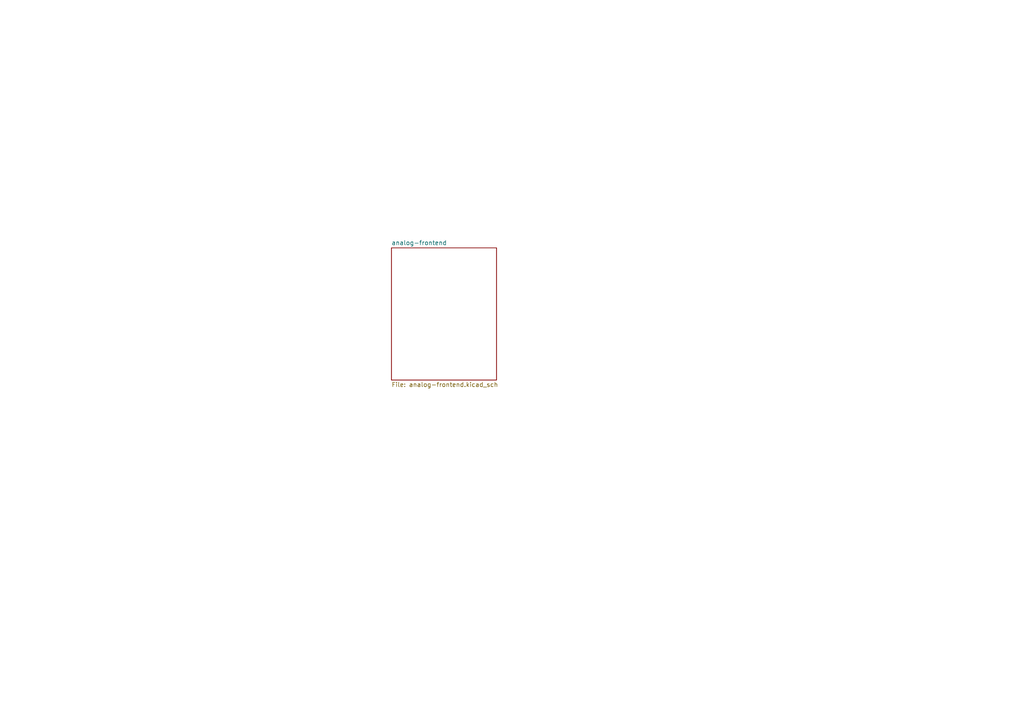
<source format=kicad_sch>
(kicad_sch
	(version 20250114)
	(generator "eeschema")
	(generator_version "9.0")
	(uuid "3e298956-65b1-40d9-b81f-ffb699dde4c7")
	(paper "A4")
	(lib_symbols)
	(sheet
		(at 113.538 71.882)
		(size 30.48 38.354)
		(exclude_from_sim no)
		(in_bom yes)
		(on_board yes)
		(dnp no)
		(fields_autoplaced yes)
		(stroke
			(width 0.1524)
			(type solid)
		)
		(fill
			(color 0 0 0 0.0000)
		)
		(uuid "a51e39ee-5b36-4714-b2d8-68bae2cbbcbe")
		(property "Sheetname" "analog-frontend"
			(at 113.538 71.1704 0)
			(effects
				(font
					(size 1.27 1.27)
				)
				(justify left bottom)
			)
		)
		(property "Sheetfile" "analog-frontend.kicad_sch"
			(at 113.538 110.8206 0)
			(effects
				(font
					(size 1.27 1.27)
				)
				(justify left top)
			)
		)
		(instances
			(project "modular-adc-board"
				(path "/3e298956-65b1-40d9-b81f-ffb699dde4c7"
					(page "2")
				)
			)
		)
	)
	(sheet_instances
		(path "/"
			(page "1")
		)
	)
	(embedded_fonts no)
)

</source>
